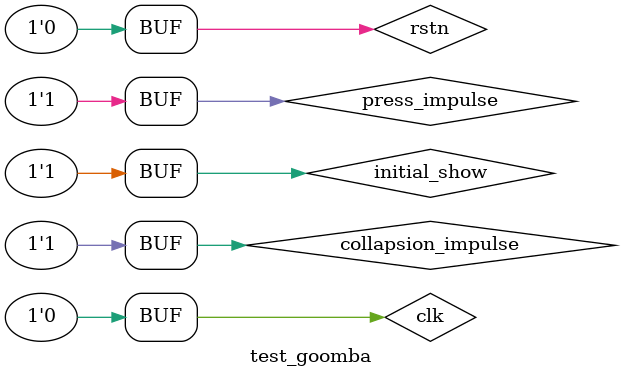
<source format=v>
`timescale 1ns / 1ps


module test_goomba;

	// Inputs
	reg clk;
	reg rstn;
	reg initial_show;
	reg collapsion_impulse;
	reg press_impulse;

	// Outputs
	wire [5:0] id;
	wire oriental;
	wire [10:0] w;
	wire [10:0] h;
	wire live;

	// Instantiate the Unit Under Test (UUT)
	Goomba #(.press_duration(6)) uut(
		.clk(clk), 
		.rstn(rstn), 
		.initial_show(initial_show), 
		.collapsion_impulse(collapsion_impulse), 
		.press_impulse(press_impulse), 
		.id(id), 
		.oriental(oriental), 
		.w(w), 
		.h(h), 
		.live(live)
	);

	initial begin
		// Initialize Inputs
		rstn = 1;
		initial_show = 1;
		collapsion_impulse = 0;
		press_impulse = 0;
		
		#4;
		rstn = 0;

		// Wait 100 ns for global reset to finish
		#100;
		
		collapsion_impulse = 1;
		
		#50;
		
		press_impulse = 1;
        
		// Add stimulus here

	end
	
	always begin
		clk = 1;
		#2;
		clk = 0;
		#2;
	end
	
      
endmodule


</source>
